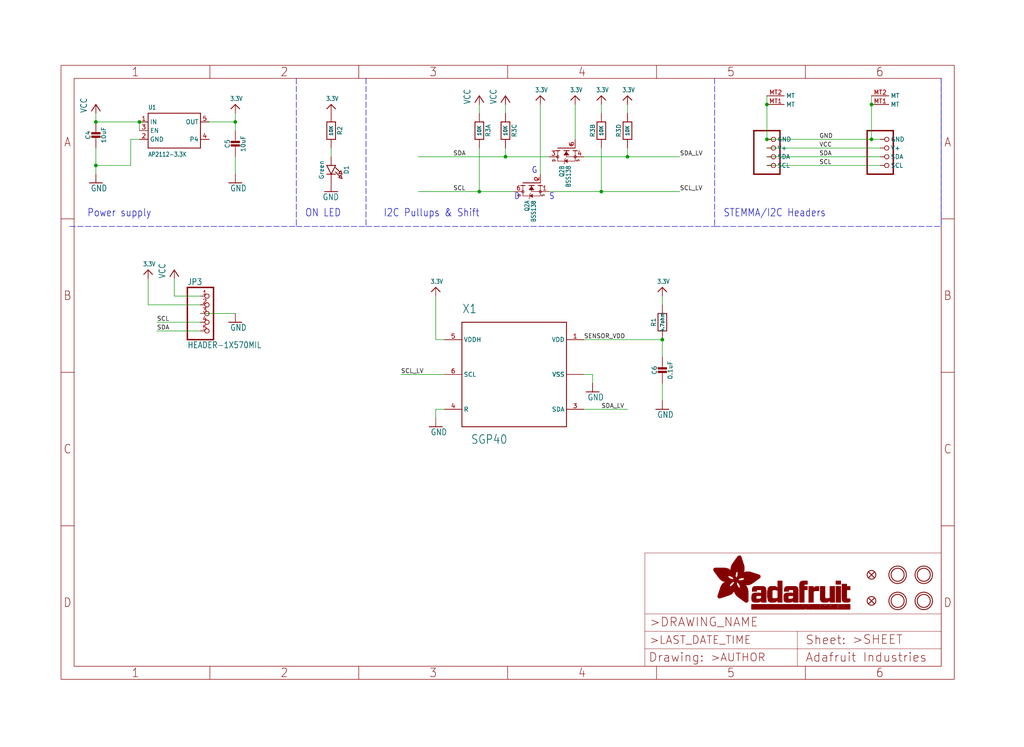
<source format=kicad_sch>
(kicad_sch (version 20211123) (generator eeschema)
  (paper "User" 298.45 217.881)
  (lib_symbols
    (symbol "eagleSchem-eagle-import:3.3V" (power)
      (property "Value" "3.3V" (at -1.524 1.016 0))
      (symbol "3.3V_1_0"
        (pin power_in line (at 0 -2.54 90) (length 2.54) (name "3.3V") (number "1"))
      )
    )
    (symbol "eagleSchem-eagle-import:CAP_CERAMIC0603_NO"
      (property "Reference" "C" (at -2.29 1.25 90))
      (property "Value" "CAP_CERAMIC0603_NO" (at 2.3 1.25 90))
      (symbol "CAP_CERAMIC0603_NO_1_0"
        (pin passive line (at 0 5.08 270) (length 2.54) (name "1") (number "1"))
        (pin passive line (at 0 -2.54 90) (length 2.54) (name "2") (number "2"))
      )
    )
    (symbol "eagleSchem-eagle-import:CAP_CERAMIC0805-NOOUTLINE"
      (property "Reference" "C" (at -2.29 1.25 90))
      (property "Value" "CAP_CERAMIC0805-NOOUTLINE" (at 2.3 1.25 90))
      (symbol "CAP_CERAMIC0805-NOOUTLINE_1_0"
        (pin passive line (at 0 5.08 270) (length 2.54) (name "1") (number "1"))
        (pin passive line (at 0 -2.54 90) (length 2.54) (name "2") (number "2"))
      )
    )
    (symbol "eagleSchem-eagle-import:FIDUCIAL_1MM")
    (symbol "eagleSchem-eagle-import:FRAME_A4_ADAFRUIT"
      (symbol "FRAME_A4_ADAFRUIT_0_0"
        (text "1" (at 21.6958 1.905 0) (effects (font (size 2.54 2.286))))
        (text "1" (at 21.6958 177.165 0) (effects (font (size 2.54 2.286))))
        (text "2" (at 65.0875 1.905 0) (effects (font (size 2.54 2.286))))
        (text "2" (at 65.0875 177.165 0) (effects (font (size 2.54 2.286))))
        (text "3" (at 108.4792 1.905 0) (effects (font (size 2.54 2.286))))
        (text "3" (at 108.4792 177.165 0) (effects (font (size 2.54 2.286))))
        (text "4" (at 151.8708 1.905 0) (effects (font (size 2.54 2.286))))
        (text "4" (at 151.8708 177.165 0) (effects (font (size 2.54 2.286))))
        (text "5" (at 195.2625 1.905 0) (effects (font (size 2.54 2.286))))
        (text "5" (at 195.2625 177.165 0) (effects (font (size 2.54 2.286))))
        (text "6" (at 238.6542 1.905 0) (effects (font (size 2.54 2.286))))
        (text "6" (at 238.6542 177.165 0) (effects (font (size 2.54 2.286))))
        (text "A" (at 1.905 156.6863 0) (effects (font (size 2.54 2.286))))
        (text "A" (at 258.445 156.6863 0) (effects (font (size 2.54 2.286))))
        (text "B" (at 1.905 111.9188 0) (effects (font (size 2.54 2.286))))
        (text "B" (at 258.445 111.9188 0) (effects (font (size 2.54 2.286))))
        (text "C" (at 1.905 67.1513 0) (effects (font (size 2.54 2.286))))
        (text "C" (at 258.445 67.1513 0) (effects (font (size 2.54 2.286))))
        (text "D" (at 1.905 22.3838 0) (effects (font (size 2.54 2.286))))
        (text "D" (at 258.445 22.3838 0) (effects (font (size 2.54 2.286))))
      )
      (symbol "FRAME_A4_ADAFRUIT_1_0"
        (text ">AUTHOR" (at 189.23 5.08 0) (effects (font (size 2.286 2.286)) (justify left bottom)))
        (text ">DRAWING_NAME" (at 171.45 15.24 0) (effects (font (size 2.54 2.54)) (justify left bottom)))
        (text ">LAST_DATE_TIME" (at 171.45 10.16 0) (effects (font (size 2.286 2.286)) (justify left bottom)))
        (text ">SHEET" (at 230.505 10.16 0) (effects (font (size 2.54 2.54)) (justify left bottom)))
        (text "Adafruit Industries" (at 216.916 4.953 0) (effects (font (size 2.54 2.54)) (justify left bottom)))
        (text "Drawing:" (at 171.196 4.953 0) (effects (font (size 2.54 2.54)) (justify left bottom)))
        (text "Sheet:" (at 216.916 10.033 0) (effects (font (size 2.54 2.54)) (justify left bottom)))
      )
    )
    (symbol "eagleSchem-eagle-import:GND" (power)
      (property "Value" "GND" (at -2.54 -2.54 0))
      (symbol "GND_1_0"
        (pin power_in line (at 0 2.54 270) (length 2.54) (name "GND") (number "1"))
      )
    )
    (symbol "eagleSchem-eagle-import:HEADER-1X570MIL"
      (property "Reference" "JP" (at -6.35 8.255 0))
      (property "Value" "HEADER-1X570MIL" (at -6.35 -10.16 0))
      (symbol "HEADER-1X570MIL_1_0"
        (pin passive inverted (at -2.54 5.08 0) (length 2.54) (name "1") (number "1"))
        (pin passive inverted (at -2.54 2.54 0) (length 2.54) (name "2") (number "2"))
        (pin passive inverted (at -2.54 0 0) (length 2.54) (name "3") (number "3"))
        (pin passive inverted (at -2.54 -2.54 0) (length 2.54) (name "4") (number "4"))
        (pin passive inverted (at -2.54 -5.08 0) (length 2.54) (name "5") (number "5"))
      )
    )
    (symbol "eagleSchem-eagle-import:LED0603_NOOUTLINE"
      (property "Reference" "D" (at -1.27 4.445 0))
      (property "Value" "LED0603_NOOUTLINE" (at -1.27 -2.794 0))
      (symbol "LED0603_NOOUTLINE_1_0"
        (pin passive line (at -5.08 0 0) (length 2.54) (name "A") (number "A"))
        (pin passive line (at 2.54 0 180) (length 2.54) (name "C") (number "C"))
      )
    )
    (symbol "eagleSchem-eagle-import:MOSFET-N_DUAL"
      (property "Reference" "Q" (at 5.08 0.635 0))
      (property "Value" "MOSFET-N_DUAL" (at 5.08 -1.27 0))
      (symbol "MOSFET-N_DUAL_1_0"
        (text "D" (at 3.175 3.175 0) (effects (font (size 0.8128 0.6908)) (justify left bottom)))
        (text "G" (at -1.27 -1.905 0) (effects (font (size 0.8128 0.6908)) (justify left bottom)))
        (text "S" (at 3.175 -3.81 0) (effects (font (size 0.8128 0.6908)) (justify left bottom)))
        (pin bidirectional line (at 2.54 -5.08 90) (length 2.54) (name "S") (number "1"))
        (pin bidirectional line (at -2.54 -2.54 0) (length 2.54) (name "G") (number "2"))
        (pin bidirectional line (at 2.54 5.08 270) (length 2.54) (name "D") (number "6"))
      )
      (symbol "MOSFET-N_DUAL_2_0"
        (text "D" (at 3.175 3.175 0) (effects (font (size 0.8128 0.6908)) (justify left bottom)))
        (text "G" (at -1.27 -1.905 0) (effects (font (size 0.8128 0.6908)) (justify left bottom)))
        (text "S" (at 3.175 -3.81 0) (effects (font (size 0.8128 0.6908)) (justify left bottom)))
        (pin bidirectional line (at 2.54 5.08 270) (length 2.54) (name "D") (number "3"))
        (pin bidirectional line (at 2.54 -5.08 90) (length 2.54) (name "S") (number "4"))
        (pin bidirectional line (at -2.54 -2.54 0) (length 2.54) (name "G") (number "5"))
      )
    )
    (symbol "eagleSchem-eagle-import:MOUNTINGHOLE2.5")
    (symbol "eagleSchem-eagle-import:RESISTOR_0603_NOOUT"
      (property "Reference" "R" (at 0 2.54 0))
      (property "Value" "RESISTOR_0603_NOOUT" (at 0 0 0))
      (symbol "RESISTOR_0603_NOOUT_1_0"
        (pin passive line (at -5.08 0 0) (length 2.54) (name "1") (number "1"))
        (pin passive line (at 5.08 0 180) (length 2.54) (name "2") (number "2"))
      )
    )
    (symbol "eagleSchem-eagle-import:RESISTOR_4PACK"
      (property "Reference" "R" (at 0 2.54 0))
      (property "Value" "RESISTOR_4PACK" (at 0 0 0))
      (symbol "RESISTOR_4PACK_1_0"
        (pin passive line (at -5.08 0 0) (length 2.54) (name "1") (number "1"))
        (pin passive line (at 5.08 0 180) (length 2.54) (name "2") (number "8"))
      )
      (symbol "RESISTOR_4PACK_2_0"
        (pin passive line (at -5.08 0 0) (length 2.54) (name "1") (number "2"))
        (pin passive line (at 5.08 0 180) (length 2.54) (name "2") (number "7"))
      )
      (symbol "RESISTOR_4PACK_3_0"
        (pin passive line (at -5.08 0 0) (length 2.54) (name "1") (number "3"))
        (pin passive line (at 5.08 0 180) (length 2.54) (name "2") (number "6"))
      )
      (symbol "RESISTOR_4PACK_4_0"
        (pin passive line (at -5.08 0 0) (length 2.54) (name "1") (number "4"))
        (pin passive line (at 5.08 0 180) (length 2.54) (name "2") (number "5"))
      )
    )
    (symbol "eagleSchem-eagle-import:SGP30"
      (property "Value" "SGP30" (at -12.7 -20.32 0))
      (symbol "SGP30_1_0"
        (pin bidirectional line (at 20.32 10.16 180) (length 5.08) (name "VDD") (number "1"))
        (pin bidirectional line (at 20.32 0 180) (length 5.08) (name "VSS") (number "2"))
        (pin bidirectional line (at 20.32 -10.16 180) (length 5.08) (name "SDA") (number "3"))
        (pin bidirectional line (at -20.32 -10.16 0) (length 5.08) (name "R") (number "4"))
        (pin bidirectional line (at -20.32 10.16 0) (length 5.08) (name "VDDH") (number "5"))
        (pin bidirectional line (at -20.32 0 0) (length 5.08) (name "SCL") (number "6"))
        (pin bidirectional line (at 20.32 0 180) (length 5.08) (name "VSS") (number "P$7"))
      )
    )
    (symbol "eagleSchem-eagle-import:STEMMA_I2C_QT"
      (symbol "STEMMA_I2C_QT_1_0"
        (pin passive inverted (at 0 5.08 0) (length 2.54) (name "GND") (number "1"))
        (pin passive inverted (at 0 2.54 0) (length 2.54) (name "V+") (number "2"))
        (pin passive inverted (at 0 0 0) (length 2.54) (name "SDA") (number "3"))
        (pin passive inverted (at 0 -2.54 0) (length 2.54) (name "SCL") (number "4"))
      )
      (symbol "STEMMA_I2C_QT_2_0"
        (pin bidirectional line (at 0 0 0) (length 5.08) (name "MT") (number "MT1"))
      )
      (symbol "STEMMA_I2C_QT_3_0"
        (pin bidirectional line (at 0 0 0) (length 5.08) (name "MT") (number "MT2"))
      )
    )
    (symbol "eagleSchem-eagle-import:VCC" (power)
      (property "Value" "VCC" (at -2.54 -2.54 90))
      (symbol "VCC_1_0"
        (pin power_in line (at 0 -2.54 90) (length 2.54) (name "VCC") (number "1"))
      )
    )
    (symbol "eagleSchem-eagle-import:VREG_SOT23-5"
      (property "Reference" "U" (at -7.62 6.096 0))
      (property "Value" "VREG_SOT23-5" (at -7.62 -7.62 0))
      (symbol "VREG_SOT23-5_1_0"
        (pin power_in line (at -10.16 2.54 0) (length 2.54) (name "IN") (number "1"))
        (pin power_in line (at -10.16 -2.54 0) (length 2.54) (name "GND") (number "2"))
        (pin input line (at -10.16 0 0) (length 2.54) (name "EN") (number "3"))
        (pin bidirectional line (at 10.16 -2.54 180) (length 2.54) (name "P4") (number "4"))
        (pin power_in line (at 10.16 2.54 180) (length 2.54) (name "OUT") (number "5"))
      )
    )
  )
  (junction (at 139.7 55.88))
  (junction (at 193.04 99.06))
  (junction (at 68.58 35.56))
  (junction (at 223.52 40.64))
  (junction (at 27.94 48.26))
  (junction (at 254 40.64))
  (junction (at 27.94 35.56))
  (junction (at 175.26 55.88))
  (junction (at 40.64 35.56))
  (junction (at 223.52 30.48))
  (junction (at 147.32 45.72))
  (junction (at 254 30.48))
  (junction (at 182.88 45.72))
  (wire (pts (xy 147.32 33.02) (xy 147.32 30.48)))
  (wire (pts (xy 256.54 40.64) (xy 254 40.64)))
  (wire (pts (xy 147.32 45.72) (xy 121.92 45.72)))
  (wire (pts (xy 127 99.06) (xy 127 86.36)))
  (wire (pts (xy 58.42 91.44) (xy 68.58 91.44)))
  (wire (pts (xy 149.86 55.88) (xy 139.7 55.88)))
  (wire (pts (xy 256.54 45.72) (xy 223.52 45.72)))
  (wire (pts (xy 175.26 43.18) (xy 175.26 55.88)))
  (wire (pts (xy 157.48 50.8) (xy 157.48 30.48)))
  (wire (pts (xy 167.64 40.64) (xy 167.64 30.48)))
  (wire (pts (xy 175.26 55.88) (xy 198.12 55.88)))
  (wire (pts (xy 68.58 45.72) (xy 68.58 50.8)))
  (wire (pts (xy 147.32 43.18) (xy 147.32 45.72)))
  (wire (pts (xy 27.94 48.26) (xy 27.94 50.8)))
  (wire (pts (xy 139.7 30.48) (xy 139.7 33.02)))
  (wire (pts (xy 172.72 109.22) (xy 172.72 111.76)))
  (wire (pts (xy 40.64 38.1) (xy 40.64 35.56)))
  (polyline (pts (xy 20.32 66.04) (xy 86.36 66.04)))
  (wire (pts (xy 160.02 45.72) (xy 147.32 45.72)))
  (wire (pts (xy 182.88 45.72) (xy 198.12 45.72)))
  (wire (pts (xy 127 119.38) (xy 127 121.92)))
  (wire (pts (xy 170.18 109.22) (xy 172.72 109.22)))
  (wire (pts (xy 58.42 86.36) (xy 50.8 86.36)))
  (wire (pts (xy 193.04 99.06) (xy 193.04 104.14)))
  (wire (pts (xy 27.94 48.26) (xy 27.94 43.18)))
  (wire (pts (xy 170.18 45.72) (xy 182.88 45.72)))
  (wire (pts (xy 223.52 30.48) (xy 223.52 40.64)))
  (polyline (pts (xy 274.32 22.86) (xy 274.32 66.04)))
  (wire (pts (xy 160.02 55.88) (xy 175.26 55.88)))
  (wire (pts (xy 38.1 40.64) (xy 38.1 48.26)))
  (wire (pts (xy 58.42 96.52) (xy 45.72 96.52)))
  (wire (pts (xy 223.52 43.18) (xy 256.54 43.18)))
  (polyline (pts (xy 106.68 66.04) (xy 208.28 66.04)))
  (wire (pts (xy 182.88 33.02) (xy 182.88 30.48)))
  (wire (pts (xy 129.54 109.22) (xy 116.84 109.22)))
  (wire (pts (xy 40.64 40.64) (xy 38.1 40.64)))
  (wire (pts (xy 43.18 88.9) (xy 43.18 81.28)))
  (wire (pts (xy 170.18 99.06) (xy 193.04 99.06)))
  (wire (pts (xy 27.94 33.02) (xy 27.94 35.56)))
  (wire (pts (xy 129.54 99.06) (xy 127 99.06)))
  (wire (pts (xy 223.52 27.94) (xy 223.52 30.48)))
  (wire (pts (xy 129.54 119.38) (xy 127 119.38)))
  (wire (pts (xy 139.7 55.88) (xy 121.92 55.88)))
  (wire (pts (xy 175.26 33.02) (xy 175.26 30.48)))
  (wire (pts (xy 96.52 45.72) (xy 96.52 43.18)))
  (polyline (pts (xy 86.36 22.86) (xy 86.36 66.04)))
  (wire (pts (xy 193.04 86.36) (xy 193.04 88.9)))
  (polyline (pts (xy 208.28 66.04) (xy 274.32 66.04)))
  (polyline (pts (xy 106.68 22.86) (xy 106.68 66.04)))
  (wire (pts (xy 254 27.94) (xy 254 30.48)))
  (polyline (pts (xy 208.28 22.86) (xy 208.28 66.04)))
  (wire (pts (xy 40.64 35.56) (xy 27.94 35.56)))
  (wire (pts (xy 60.96 35.56) (xy 68.58 35.56)))
  (wire (pts (xy 38.1 48.26) (xy 27.94 48.26)))
  (wire (pts (xy 223.52 48.26) (xy 256.54 48.26)))
  (wire (pts (xy 254 30.48) (xy 254 40.64)))
  (wire (pts (xy 193.04 111.76) (xy 193.04 116.84)))
  (wire (pts (xy 139.7 43.18) (xy 139.7 55.88)))
  (wire (pts (xy 182.88 43.18) (xy 182.88 45.72)))
  (wire (pts (xy 58.42 88.9) (xy 43.18 88.9)))
  (wire (pts (xy 68.58 35.56) (xy 68.58 38.1)))
  (polyline (pts (xy 86.36 66.04) (xy 106.68 66.04)))
  (wire (pts (xy 68.58 35.56) (xy 68.58 33.02)))
  (wire (pts (xy 254 40.64) (xy 223.52 40.64)))
  (wire (pts (xy 170.18 119.38) (xy 182.88 119.38)))
  (wire (pts (xy 58.42 93.98) (xy 45.72 93.98)))
  (wire (pts (xy 50.8 86.36) (xy 50.8 81.28)))
  (text "D" (at 149.86 58.42 180) (effects (font (size 1.778 1.5113)) (justify left bottom)))
  (text "STEMMA/I2C Headers" (at 210.82 63.5 180) (effects (font (size 2.1844 1.8567)) (justify left bottom)))
  (text "I2C Pullups & Shift" (at 111.76 63.5 180) (effects (font (size 2.1844 1.8567)) (justify left bottom)))
  (text "S" (at 160.02 58.42 180) (effects (font (size 1.778 1.5113)) (justify left bottom)))
  (text "ON LED" (at 88.9 63.5 180) (effects (font (size 2.1844 1.8567)) (justify left bottom)))
  (text "G" (at 154.94 50.8 180) (effects (font (size 1.778 1.5113)) (justify left bottom)))
  (text "Power supply" (at 25.4 63.5 180) (effects (font (size 2.1844 1.8567)) (justify left bottom)))
  (label "GND" (at 238.76 40.64 0) (effects (font (size 1.2446 1.2446))))
  (label "SCL" (at 45.72 93.98 0) (effects (font (size 1.2446 1.2446))))
  (label "SDA" (at 238.76 45.72 0) (effects (font (size 1.2446 1.2446))))
  (label "VCC" (at 238.76 43.18 0) (effects (font (size 1.2446 1.2446))))
  (label "SCL" (at 132.08 55.88 0) (effects (font (size 1.2446 1.2446))))
  (label "SCL" (at 238.76 48.26 0) (effects (font (size 1.2446 1.2446))))
  (label "SCL_LV" (at 198.12 55.88 0) (effects (font (size 1.2446 1.2446))))
  (label "SDA_LV" (at 175.26 119.38 0) (effects (font (size 1.2446 1.2446))))
  (label "SDA" (at 45.72 96.52 0) (effects (font (size 1.2446 1.2446))))
  (label "SCL_LV" (at 116.84 109.22 0) (effects (font (size 1.2446 1.2446))))
  (label "SDA_LV" (at 198.12 45.72 0) (effects (font (size 1.2446 1.2446))))
  (label "SENSOR_VDD" (at 170.18 99.06 0) (effects (font (size 1.2446 1.2446))))
  (label "SDA" (at 132.08 45.72 0) (effects (font (size 1.2446 1.2446))))
  (symbol (lib_id "eagleSchem-eagle-import:GND") (at 193.04 119.38 0) (unit 1)
    (property "Reference" "#U$15" (effects hide))
    (property "Value" "GND" (at 191.516 121.92 0) (effects (font (size 1.778 1.5113)) (justify left bottom)))
    (property "Footprint" "eagleSchem:" (effects hide))
  )
  (symbol (lib_id "eagleSchem-eagle-import:3.3V") (at 157.48 27.94 0) (unit 1)
    (property "Reference" "#U$6" (effects hide))
    (property "Value" "3.3V" (at 155.956 26.924 0) (effects (font (size 1.27 1.0795)) (justify left bottom)))
    (property "Footprint" "eagleSchem:" (effects hide))
  )
  (symbol (lib_id "eagleSchem-eagle-import:GND") (at 68.58 53.34 0) (unit 1)
    (property "Reference" "#U$14" (effects hide))
    (property "Value" "GND" (at 67.056 55.88 0) (effects (font (size 1.778 1.5113)) (justify left bottom)))
    (property "Footprint" "eagleSchem:" (effects hide))
  )
  (symbol (lib_id "eagleSchem-eagle-import:FIDUCIAL_1MM") (at 254 175.26 0) (unit 1)
    (property "Reference" "FID3" (effects hide))
    (property "Value" "FIDUCIAL_1MM" (effects hide))
    (property "Footprint" "eagleSchem:FIDUCIAL_1MM" (effects hide))
  )
  (symbol (lib_id "eagleSchem-eagle-import:SGP30") (at 149.86 109.22 0) (unit 1)
    (property "Reference" "X1" (at 134.62 91.44 0) (effects (font (size 2.54 2.159)) (justify left bottom)))
    (property "Value" "SGP40" (at 137.16 129.54 0) (effects (font (size 2.54 2.159)) (justify left bottom)))
    (property "Footprint" "eagleSchem:SGP30" (effects hide))
  )
  (symbol (lib_id "eagleSchem-eagle-import:STEMMA_I2C_QT") (at 254 27.94 0) (unit 3)
    (property "Reference" "CONN4" (effects hide))
    (property "Value" "STEMMA_I2C_QT" (effects hide))
    (property "Footprint" "eagleSchem:JST_SH4" (effects hide))
  )
  (symbol (lib_id "eagleSchem-eagle-import:3.3V") (at 127 83.82 0) (unit 1)
    (property "Reference" "#U$10" (effects hide))
    (property "Value" "3.3V" (at 125.476 82.804 0) (effects (font (size 1.27 1.0795)) (justify left bottom)))
    (property "Footprint" "eagleSchem:" (effects hide))
  )
  (symbol (lib_id "eagleSchem-eagle-import:CAP_CERAMIC0603_NO") (at 193.04 109.22 0) (unit 1)
    (property "Reference" "C6" (at 190.75 107.97 90))
    (property "Value" "0.1uF" (at 195.34 107.97 90))
    (property "Footprint" "eagleSchem:0603-NO" (effects hide))
  )
  (symbol (lib_id "eagleSchem-eagle-import:3.3V") (at 96.52 30.48 0) (unit 1)
    (property "Reference" "#U$4" (effects hide))
    (property "Value" "3.3V" (at 94.996 29.464 0) (effects (font (size 1.27 1.0795)) (justify left bottom)))
    (property "Footprint" "eagleSchem:" (effects hide))
  )
  (symbol (lib_id "eagleSchem-eagle-import:GND") (at 172.72 114.3 0) (unit 1)
    (property "Reference" "#U$11" (effects hide))
    (property "Value" "GND" (at 171.196 116.84 0) (effects (font (size 1.778 1.5113)) (justify left bottom)))
    (property "Footprint" "eagleSchem:" (effects hide))
  )
  (symbol (lib_id "eagleSchem-eagle-import:CAP_CERAMIC0805-NOOUTLINE") (at 68.58 43.18 0) (unit 1)
    (property "Reference" "C5" (at 66.29 41.93 90))
    (property "Value" "10uF" (at 70.88 41.93 90))
    (property "Footprint" "eagleSchem:0805-NO" (effects hide))
  )
  (symbol (lib_id "eagleSchem-eagle-import:MOSFET-N_DUAL") (at 154.94 53.34 90) (mirror x) (unit 1)
    (property "Reference" "Q2" (at 154.305 58.42 0) (effects (font (size 1.27 1.0795)) (justify left bottom)))
    (property "Value" "BSS138" (at 156.21 58.42 0) (effects (font (size 1.27 1.0795)) (justify left bottom)))
    (property "Footprint" "eagleSchem:SOT363" (effects hide))
  )
  (symbol (lib_id "eagleSchem-eagle-import:MOUNTINGHOLE2.5") (at 261.62 167.64 0) (unit 1)
    (property "Reference" "U$29" (effects hide))
    (property "Value" "MOUNTINGHOLE2.5" (effects hide))
    (property "Footprint" "eagleSchem:MOUNTINGHOLE_2.5_PLATED" (effects hide))
  )
  (symbol (lib_id "eagleSchem-eagle-import:VREG_SOT23-5") (at 50.8 38.1 0) (unit 1)
    (property "Reference" "U1" (at 43.18 32.004 0) (effects (font (size 1.27 1.0795)) (justify left bottom)))
    (property "Value" "AP2112-3.3K" (at 43.18 45.72 0) (effects (font (size 1.27 1.0795)) (justify left bottom)))
    (property "Footprint" "eagleSchem:SOT23-5" (effects hide))
  )
  (symbol (lib_id "eagleSchem-eagle-import:3.3V") (at 193.04 83.82 0) (unit 1)
    (property "Reference" "#U$13" (effects hide))
    (property "Value" "3.3V" (at 191.516 82.804 0) (effects (font (size 1.27 1.0795)) (justify left bottom)))
    (property "Footprint" "eagleSchem:" (effects hide))
  )
  (symbol (lib_id "eagleSchem-eagle-import:VCC") (at 147.32 27.94 0) (unit 1)
    (property "Reference" "#P+9" (effects hide))
    (property "Value" "VCC" (at 144.78 30.48 90) (effects (font (size 1.778 1.5113)) (justify left bottom)))
    (property "Footprint" "eagleSchem:" (effects hide))
  )
  (symbol (lib_id "eagleSchem-eagle-import:MOSFET-N_DUAL") (at 165.1 43.18 90) (mirror x) (unit 2)
    (property "Reference" "Q2" (at 164.465 48.26 0) (effects (font (size 1.27 1.0795)) (justify left bottom)))
    (property "Value" "BSS138" (at 166.37 48.26 0) (effects (font (size 1.27 1.0795)) (justify left bottom)))
    (property "Footprint" "eagleSchem:SOT363" (effects hide))
  )
  (symbol (lib_id "eagleSchem-eagle-import:RESISTOR_0603_NOOUT") (at 193.04 93.98 90) (unit 1)
    (property "Reference" "R1" (at 190.5 93.98 0))
    (property "Value" "4.7ohm" (at 193.04 93.98 0) (effects (font (size 1.016 1.016) bold)))
    (property "Footprint" "eagleSchem:0603-NO" (effects hide))
  )
  (symbol (lib_id "eagleSchem-eagle-import:RESISTOR_4PACK") (at 182.88 38.1 90) (mirror x) (unit 4)
    (property "Reference" "R3" (at 180.34 38.1 0))
    (property "Value" "10K" (at 182.88 38.1 0) (effects (font (size 1.016 1.016) bold)))
    (property "Footprint" "eagleSchem:RESPACK_4X0603" (effects hide))
  )
  (symbol (lib_id "eagleSchem-eagle-import:RESISTOR_0603_NOOUT") (at 96.52 38.1 270) (unit 1)
    (property "Reference" "R2" (at 99.06 38.1 0))
    (property "Value" "10K" (at 96.52 38.1 0) (effects (font (size 1.016 1.016) bold)))
    (property "Footprint" "eagleSchem:0603-NO" (effects hide))
  )
  (symbol (lib_id "eagleSchem-eagle-import:FRAME_A4_ADAFRUIT") (at 17.78 198.12 0) (unit 1)
    (property "Reference" "#U$30" (effects hide))
    (property "Value" "FRAME_A4_ADAFRUIT" (effects hide))
    (property "Footprint" "eagleSchem:" (effects hide))
  )
  (symbol (lib_id "eagleSchem-eagle-import:3.3V") (at 68.58 30.48 0) (unit 1)
    (property "Reference" "#U$3" (effects hide))
    (property "Value" "3.3V" (at 67.056 29.464 0) (effects (font (size 1.27 1.0795)) (justify left bottom)))
    (property "Footprint" "eagleSchem:" (effects hide))
  )
  (symbol (lib_id "eagleSchem-eagle-import:RESISTOR_4PACK") (at 147.32 38.1 270) (unit 3)
    (property "Reference" "R3" (at 149.86 38.1 0))
    (property "Value" "10K" (at 147.32 38.1 0) (effects (font (size 1.016 1.016) bold)))
    (property "Footprint" "eagleSchem:RESPACK_4X0603" (effects hide))
  )
  (symbol (lib_id "eagleSchem-eagle-import:HEADER-1X570MIL") (at 60.96 91.44 0) (unit 1)
    (property "Reference" "JP3" (at 54.61 83.185 0) (effects (font (size 1.778 1.5113)) (justify left bottom)))
    (property "Value" "HEADER-1X570MIL" (at 54.61 101.6 0) (effects (font (size 1.778 1.5113)) (justify left bottom)))
    (property "Footprint" "eagleSchem:1X05_ROUND_70" (effects hide))
  )
  (symbol (lib_id "eagleSchem-eagle-import:3.3V") (at 167.64 27.94 0) (unit 1)
    (property "Reference" "#U$5" (effects hide))
    (property "Value" "3.3V" (at 166.116 26.924 0) (effects (font (size 1.27 1.0795)) (justify left bottom)))
    (property "Footprint" "eagleSchem:" (effects hide))
  )
  (symbol (lib_id "eagleSchem-eagle-import:STEMMA_I2C_QT") (at 256.54 45.72 0) (unit 1)
    (property "Reference" "CONN4" (effects hide))
    (property "Value" "STEMMA_I2C_QT" (effects hide))
    (property "Footprint" "eagleSchem:JST_SH4" (effects hide))
  )
  (symbol (lib_id "eagleSchem-eagle-import:STEMMA_I2C_QT") (at 254 30.48 0) (unit 2)
    (property "Reference" "CONN4" (effects hide))
    (property "Value" "STEMMA_I2C_QT" (effects hide))
    (property "Footprint" "eagleSchem:JST_SH4" (effects hide))
  )
  (symbol (lib_id "eagleSchem-eagle-import:GND") (at 96.52 55.88 0) (unit 1)
    (property "Reference" "#GND6" (effects hide))
    (property "Value" "GND" (at 93.98 58.42 0) (effects (font (size 1.778 1.5113)) (justify left bottom)))
    (property "Footprint" "eagleSchem:" (effects hide))
  )
  (symbol (lib_id "eagleSchem-eagle-import:FIDUCIAL_1MM") (at 254 167.64 0) (unit 1)
    (property "Reference" "FID4" (effects hide))
    (property "Value" "FIDUCIAL_1MM" (effects hide))
    (property "Footprint" "eagleSchem:FIDUCIAL_1MM" (effects hide))
  )
  (symbol (lib_id "eagleSchem-eagle-import:STEMMA_I2C_QT") (at 223.52 45.72 0) (unit 1)
    (property "Reference" "CONN3" (effects hide))
    (property "Value" "STEMMA_I2C_QT" (effects hide))
    (property "Footprint" "eagleSchem:JST_SH4" (effects hide))
  )
  (symbol (lib_id "eagleSchem-eagle-import:RESISTOR_4PACK") (at 175.26 38.1 90) (mirror x) (unit 2)
    (property "Reference" "R3" (at 172.72 38.1 0))
    (property "Value" "10K" (at 175.26 38.1 0) (effects (font (size 1.016 1.016) bold)))
    (property "Footprint" "eagleSchem:RESPACK_4X0603" (effects hide))
  )
  (symbol (lib_id "eagleSchem-eagle-import:LED0603_NOOUTLINE") (at 96.52 50.8 270) (unit 1)
    (property "Reference" "D1" (at 100.965 49.53 0))
    (property "Value" "Green" (at 93.726 49.53 0))
    (property "Footprint" "eagleSchem:CHIPLED_0603_NOOUTLINE" (effects hide))
  )
  (symbol (lib_id "eagleSchem-eagle-import:CAP_CERAMIC0805-NOOUTLINE") (at 27.94 40.64 0) (unit 1)
    (property "Reference" "C4" (at 25.65 39.39 90))
    (property "Value" "10uF" (at 30.24 39.39 90))
    (property "Footprint" "eagleSchem:0805-NO" (effects hide))
  )
  (symbol (lib_id "eagleSchem-eagle-import:VCC") (at 27.94 30.48 0) (unit 1)
    (property "Reference" "#P+11" (effects hide))
    (property "Value" "VCC" (at 25.4 33.02 90) (effects (font (size 1.778 1.5113)) (justify left bottom)))
    (property "Footprint" "eagleSchem:" (effects hide))
  )
  (symbol (lib_id "eagleSchem-eagle-import:GND") (at 27.94 53.34 0) (unit 1)
    (property "Reference" "#U$12" (effects hide))
    (property "Value" "GND" (at 26.416 55.88 0) (effects (font (size 1.778 1.5113)) (justify left bottom)))
    (property "Footprint" "eagleSchem:" (effects hide))
  )
  (symbol (lib_id "eagleSchem-eagle-import:STEMMA_I2C_QT") (at 223.52 27.94 0) (unit 3)
    (property "Reference" "CONN3" (effects hide))
    (property "Value" "STEMMA_I2C_QT" (effects hide))
    (property "Footprint" "eagleSchem:JST_SH4" (effects hide))
  )
  (symbol (lib_id "eagleSchem-eagle-import:VCC") (at 50.8 78.74 0) (unit 1)
    (property "Reference" "#P+12" (effects hide))
    (property "Value" "VCC" (at 48.26 81.28 90) (effects (font (size 1.778 1.5113)) (justify left bottom)))
    (property "Footprint" "eagleSchem:" (effects hide))
  )
  (symbol (lib_id "eagleSchem-eagle-import:STEMMA_I2C_QT") (at 223.52 30.48 0) (unit 2)
    (property "Reference" "CONN3" (effects hide))
    (property "Value" "STEMMA_I2C_QT" (effects hide))
    (property "Footprint" "eagleSchem:JST_SH4" (effects hide))
  )
  (symbol (lib_id "eagleSchem-eagle-import:RESISTOR_4PACK") (at 139.7 38.1 270) (unit 1)
    (property "Reference" "R3" (at 142.24 38.1 0))
    (property "Value" "10K" (at 139.7 38.1 0) (effects (font (size 1.016 1.016) bold)))
    (property "Footprint" "eagleSchem:RESPACK_4X0603" (effects hide))
  )
  (symbol (lib_id "eagleSchem-eagle-import:GND") (at 68.58 93.98 0) (unit 1)
    (property "Reference" "#U$18" (effects hide))
    (property "Value" "GND" (at 67.056 96.52 0) (effects (font (size 1.778 1.5113)) (justify left bottom)))
    (property "Footprint" "eagleSchem:" (effects hide))
  )
  (symbol (lib_id "eagleSchem-eagle-import:MOUNTINGHOLE2.5") (at 269.24 167.64 0) (unit 1)
    (property "Reference" "U$31" (effects hide))
    (property "Value" "MOUNTINGHOLE2.5" (effects hide))
    (property "Footprint" "eagleSchem:MOUNTINGHOLE_2.5_PLATED" (effects hide))
  )
  (symbol (lib_id "eagleSchem-eagle-import:MOUNTINGHOLE2.5") (at 269.24 175.26 0) (unit 1)
    (property "Reference" "U$32" (effects hide))
    (property "Value" "MOUNTINGHOLE2.5" (effects hide))
    (property "Footprint" "eagleSchem:MOUNTINGHOLE_2.5_PLATED" (effects hide))
  )
  (symbol (lib_id "eagleSchem-eagle-import:GND") (at 127 124.46 0) (unit 1)
    (property "Reference" "#U$7" (effects hide))
    (property "Value" "GND" (at 125.476 127 0) (effects (font (size 1.778 1.5113)) (justify left bottom)))
    (property "Footprint" "eagleSchem:" (effects hide))
  )
  (symbol (lib_id "eagleSchem-eagle-import:3.3V") (at 175.26 27.94 0) (unit 1)
    (property "Reference" "#U$8" (effects hide))
    (property "Value" "3.3V" (at 173.736 26.924 0) (effects (font (size 1.27 1.0795)) (justify left bottom)))
    (property "Footprint" "eagleSchem:" (effects hide))
  )
  (symbol (lib_id "eagleSchem-eagle-import:VCC") (at 139.7 27.94 0) (unit 1)
    (property "Reference" "#P+3" (effects hide))
    (property "Value" "VCC" (at 137.16 30.48 90) (effects (font (size 1.778 1.5113)) (justify left bottom)))
    (property "Footprint" "eagleSchem:" (effects hide))
  )
  (symbol (lib_id "eagleSchem-eagle-import:3.3V") (at 182.88 27.94 0) (unit 1)
    (property "Reference" "#U$9" (effects hide))
    (property "Value" "3.3V" (at 181.356 26.924 0) (effects (font (size 1.27 1.0795)) (justify left bottom)))
    (property "Footprint" "eagleSchem:" (effects hide))
  )
  (symbol (lib_id "eagleSchem-eagle-import:3.3V") (at 43.18 78.74 0) (unit 1)
    (property "Reference" "#U$1" (effects hide))
    (property "Value" "3.3V" (at 41.656 77.724 0) (effects (font (size 1.27 1.0795)) (justify left bottom)))
    (property "Footprint" "eagleSchem:" (effects hide))
  )
  (symbol (lib_id "eagleSchem-eagle-import:MOUNTINGHOLE2.5") (at 261.62 175.26 0) (unit 1)
    (property "Reference" "U$28" (effects hide))
    (property "Value" "MOUNTINGHOLE2.5" (effects hide))
    (property "Footprint" "eagleSchem:MOUNTINGHOLE_2.5_PLATED" (effects hide))
  )
)
</source>
